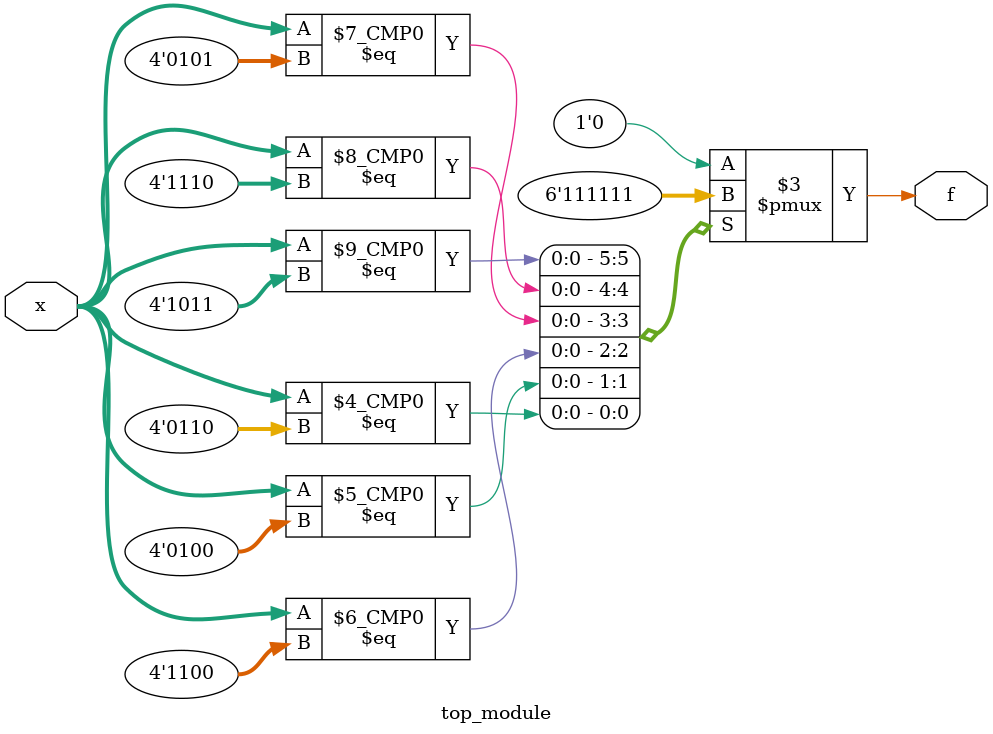
<source format=v>
module top_module (
    input [4:1] x, 
    output f );

    always @ (*) begin

        case (x) 

        4'b1011 : f = 1'b1;
        4'b1110 : f = 1'b1;
        4'b0101 : f = 1'b1;
        4'b1100 : f = 1'b1;
        4'b0100 : f = 1'b1;
        4'b0110 : f = 1'b1;
        default : f = 1'b0;
        endcase

    end

endmodule



</source>
